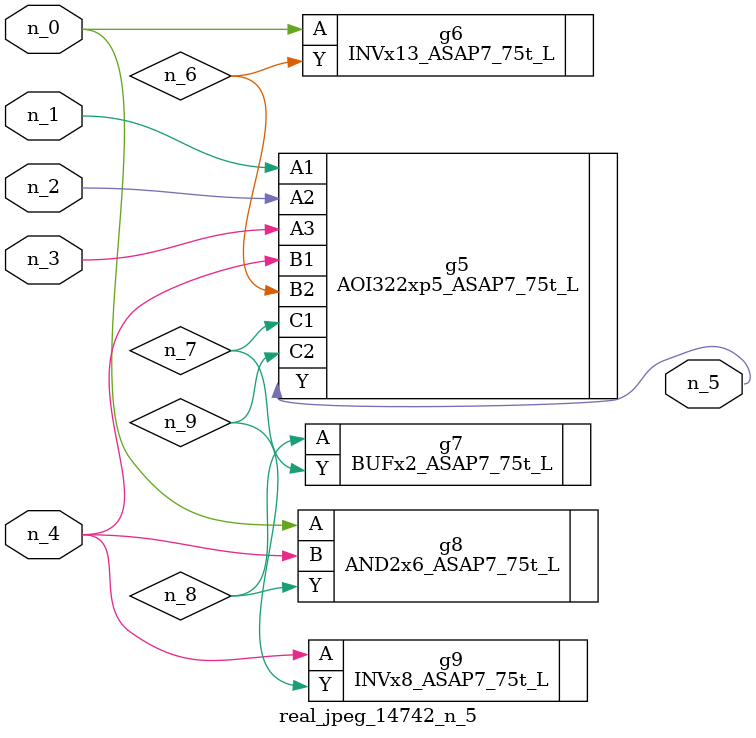
<source format=v>
module real_jpeg_14742_n_5 (n_4, n_0, n_1, n_2, n_3, n_5);

input n_4;
input n_0;
input n_1;
input n_2;
input n_3;

output n_5;

wire n_8;
wire n_6;
wire n_7;
wire n_9;

INVx13_ASAP7_75t_L g6 ( 
.A(n_0),
.Y(n_6)
);

AND2x6_ASAP7_75t_L g8 ( 
.A(n_0),
.B(n_4),
.Y(n_8)
);

AOI322xp5_ASAP7_75t_L g5 ( 
.A1(n_1),
.A2(n_2),
.A3(n_3),
.B1(n_4),
.B2(n_6),
.C1(n_7),
.C2(n_9),
.Y(n_5)
);

INVx8_ASAP7_75t_L g9 ( 
.A(n_4),
.Y(n_9)
);

BUFx2_ASAP7_75t_L g7 ( 
.A(n_8),
.Y(n_7)
);


endmodule
</source>
